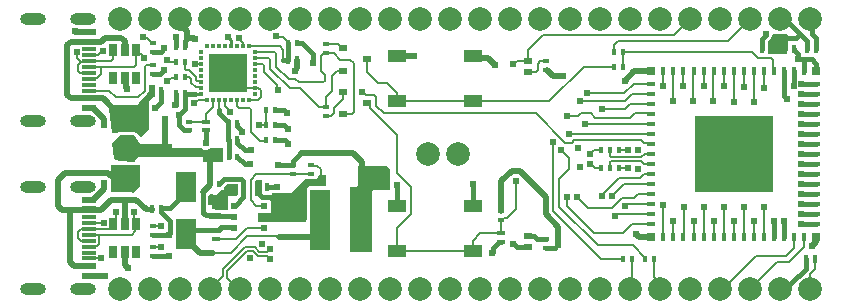
<source format=gtl>
G04*
G04 #@! TF.GenerationSoftware,Altium Limited,Altium Designer,24.8.2 (39)*
G04*
G04 Layer_Physical_Order=1*
G04 Layer_Color=255*
%FSLAX25Y25*%
%MOIN*%
G70*
G04*
G04 #@! TF.SameCoordinates,F7F922D7-4A05-4516-83E6-AC950D0B5F56*
G04*
G04*
G04 #@! TF.FilePolarity,Positive*
G04*
G01*
G75*
%ADD14C,0.00600*%
%ADD16R,0.01575X0.02362*%
%ADD17R,0.01181X0.01772*%
%ADD18R,0.01772X0.01181*%
%ADD19R,0.12598X0.12598*%
%ADD20R,0.02756X0.02362*%
%ADD21R,0.01575X0.03150*%
%ADD22R,0.01417X0.02362*%
%ADD23R,0.02362X0.01417*%
%ADD24R,0.06693X0.09843*%
%ADD25R,0.02362X0.01968*%
%ADD26R,0.02362X0.01575*%
%ADD27R,0.03150X0.01575*%
%ADD28R,0.06693X0.20472*%
%ADD29R,0.01575X0.03150*%
%ADD30R,0.03150X0.02362*%
%ADD31R,0.04528X0.01173*%
%ADD32R,0.03150X0.03150*%
%ADD33R,0.04724X0.04724*%
%ADD34R,0.04724X0.04724*%
%ADD35R,0.06299X0.03937*%
%ADD36R,0.02756X0.03937*%
%ADD37R,0.04528X0.02323*%
%ADD38R,0.03937X0.01968*%
%AMCUSTOMSHAPE68*
4,1,5,-0.02362,0.02362,0.00000,0.02362,0.02362,0.00000,0.02362,-0.02362,-0.02362,-0.02362,-0.02362,0.02362,0.0*%
%ADD68CUSTOMSHAPE68*%

%ADD69C,0.01500*%
%ADD70C,0.02000*%
%ADD71C,0.00603*%
%ADD72C,0.01001*%
%ADD73C,0.07874*%
%ADD74O,0.08661X0.03937*%
%ADD75C,0.02400*%
G36*
X46689Y72811D02*
Y69100D01*
X46100D01*
X44700Y67700D01*
Y66462D01*
X44400Y65738D01*
Y64862D01*
X44700Y64138D01*
Y58300D01*
X41900Y55500D01*
X40400Y57000D01*
X40235D01*
X40221Y57021D01*
X40133Y57079D01*
X40058Y57153D01*
X39970Y57189D01*
X39890Y57242D01*
X39787Y57262D01*
X39689Y57302D01*
X39594Y57301D01*
X39500Y57320D01*
X34800D01*
X34410Y57242D01*
X34079Y57021D01*
X34058Y57000D01*
X32300D01*
X31400Y65000D01*
X33436Y66400D01*
X41091D01*
X41883Y67913D01*
X41985Y67981D01*
X44055Y70052D01*
X44343Y70482D01*
X44383Y70683D01*
X44600Y70900D01*
Y73100D01*
X46400D01*
X46689Y72811D01*
D02*
G37*
G36*
X41600Y53223D02*
X52201D01*
X52300Y51800D01*
X62189D01*
X62254Y51735D01*
X63062Y51400D01*
X63938D01*
X64746Y51735D01*
X64811Y51800D01*
X69351D01*
Y49012D01*
X69360Y48968D01*
Y47300D01*
X62600D01*
Y48541D01*
X62600Y48845D01*
X62600Y49200D01*
X62500Y49100D01*
X62096Y49100D01*
X41000D01*
X40300Y48400D01*
X39900Y47700D01*
X39500Y47300D01*
X34991Y47700D01*
X33100Y48400D01*
X32200Y53700D01*
X34800Y56300D01*
X39500D01*
X41600Y53223D01*
D02*
G37*
G36*
X41700Y39300D02*
X39300Y36900D01*
X39000Y37200D01*
X31900D01*
Y46200D01*
X41700D01*
Y39300D01*
D02*
G37*
G36*
X74213Y36319D02*
X73718Y36065D01*
X71000Y35900D01*
Y34724D01*
X70898D01*
Y31225D01*
X69468D01*
Y31425D01*
X66776D01*
X66500Y31480D01*
X65600D01*
Y32900D01*
X65500Y33000D01*
X64400D01*
Y36099D01*
X64832Y36530D01*
X67222Y36422D01*
X68619Y37819D01*
X69764D01*
Y38964D01*
X70697Y39897D01*
X74213D01*
Y36319D01*
D02*
G37*
G36*
X103764Y39336D02*
X97364D01*
Y37540D01*
X97200Y37339D01*
Y28317D01*
X97000Y27800D01*
D01*
X96796Y27285D01*
X96727Y27200D01*
X85102D01*
Y27244D01*
X81100D01*
Y30400D01*
X85100Y30400D01*
X85400Y30700D01*
X85200Y30900D01*
X85200Y30959D01*
Y34300D01*
X85102D01*
Y34724D01*
X82176D01*
X81100Y35800D01*
X79926D01*
Y40888D01*
X80437Y41400D01*
X82165D01*
Y36425D01*
X85740D01*
Y37000D01*
X86379D01*
X86862Y36800D01*
X87738D01*
X88221Y37000D01*
X92000D01*
X96096Y41096D01*
X96519Y41460D01*
Y41460D01*
X96519Y41460D01*
X100881D01*
Y42454D01*
X101550Y42900D01*
X103764D01*
Y39336D01*
D02*
G37*
G36*
X124900Y45000D02*
Y38100D01*
X120300D01*
X120000Y38400D01*
X119100Y37500D01*
Y17400D01*
X112200D01*
X112155Y17355D01*
X112073Y17363D01*
X111600Y17649D01*
Y38900D01*
X113400D01*
X113500Y38800D01*
X114300Y39600D01*
Y45800D01*
X124100D01*
X124900Y45000D01*
D02*
G37*
G36*
X252500Y37300D02*
X226600D01*
Y62600D01*
X252500D01*
Y37300D01*
D02*
G37*
G36*
X258505Y88545D02*
X257400Y87440D01*
Y83200D01*
X252271D01*
X252016Y83251D01*
X250900D01*
Y86800D01*
X251295Y87872D01*
X251446Y87935D01*
X252065Y88554D01*
X252400Y89362D01*
Y89500D01*
X252849Y89949D01*
X257400D01*
X258505Y88545D01*
D02*
G37*
D14*
X184000Y62500D02*
X187638D01*
X188638Y63500D01*
X191897D02*
X193397Y62000D01*
X188638Y63500D02*
X191897D01*
X191003Y32097D02*
X199039D01*
X187400Y35700D02*
X191003Y32097D01*
X184000Y32500D02*
X193000Y23500D01*
X202500D02*
X205575Y26575D01*
X193000Y23500D02*
X202500D01*
X194172Y19500D02*
X205894D01*
X181300Y32372D02*
X194172Y19500D01*
X205894D02*
X210000Y15394D01*
X179300Y30854D02*
Y53700D01*
X195154Y15000D02*
X202500D01*
X179300Y30854D02*
X195154Y15000D01*
X87208Y88910D02*
X89377D01*
X86940Y89178D02*
X87208Y88910D01*
X90974Y87313D02*
X91000D01*
X89377Y88910D02*
X90974Y87313D01*
X242700Y53197D02*
Y53300D01*
X239503Y50000D02*
X242700Y53197D01*
X75821Y72079D02*
X79937D01*
X74900Y73000D02*
X75821Y72079D01*
X77890Y68024D02*
X80882D01*
X81923Y69064D01*
Y71156D01*
X81091Y71988D02*
X81923Y71156D01*
X80028Y71988D02*
X81091D01*
X79937Y72079D02*
X80028Y71988D01*
X59879Y67000D02*
X60903Y68024D01*
X59500Y67000D02*
X59879D01*
X60903Y68024D02*
X64110D01*
X265000Y5000D02*
Y10051D01*
X266476Y11527D01*
Y15000D01*
X67000Y21524D02*
X73629D01*
X77374Y25269D01*
X66082Y16882D02*
X71816D01*
X77434Y22500D01*
X77374Y25269D02*
X82912D01*
X87600Y22500D02*
X87800Y22300D01*
X77434Y22500D02*
X87600D01*
X77890Y85937D02*
X88263D01*
X24764Y80945D02*
X24850Y81032D01*
X24677Y80858D02*
X24764Y80945D01*
X82810Y35659D02*
X87500D01*
X127402Y43517D02*
X132051Y38867D01*
X127402Y43517D02*
Y56123D01*
X132051Y29890D02*
Y38867D01*
X127402Y17520D02*
Y25241D01*
X118351Y65174D02*
X127402Y56123D01*
Y25241D02*
X132051Y29890D01*
X24764Y71102D02*
X31306D01*
X33489Y68919D01*
X41048D01*
X43118Y70989D01*
Y78891D01*
X28705Y78895D02*
X39644D01*
X40229Y79481D01*
Y84134D01*
X21620Y80238D02*
Y81067D01*
X20768Y81919D02*
X21620Y81067D01*
X20768Y81919D02*
Y83832D01*
X20500Y84100D02*
X20768Y83832D01*
X21620Y80238D02*
X22240Y80858D01*
X21000Y79619D02*
X21620Y80238D01*
X50830Y74427D02*
X51846Y75442D01*
X53489D02*
X53547Y75500D01*
X51846Y75442D02*
X53489D01*
X50451Y74427D02*
X50830D01*
X24764Y78976D02*
X28705D01*
X40240Y84134D02*
X41118Y83256D01*
X42058D01*
X40240Y84134D02*
Y84724D01*
X42058Y83256D02*
X42953Y82360D01*
Y82070D02*
Y82360D01*
X27011Y81049D02*
X32056D01*
X32642Y81635D01*
X26994Y81032D02*
X27011Y81049D01*
X24850Y81032D02*
X26994D01*
X32642Y81635D02*
Y84606D01*
X32760Y84724D01*
X50500Y81086D02*
X51086Y80500D01*
X53547D01*
X50500Y81086D02*
Y81200D01*
X44050Y88532D02*
X45319Y87264D01*
X42968Y88532D02*
X44050D01*
X42700Y88800D02*
X42968Y88532D01*
X45713Y87264D02*
X46000Y86976D01*
X45319Y87264D02*
X45713D01*
X24850Y83000D02*
X27521D01*
X28921Y84400D01*
X29300D01*
X24764Y82913D02*
X24850Y83000D01*
X28705Y76543D02*
Y78895D01*
X27288Y75126D02*
X28705Y76543D01*
X24850Y75126D02*
X27288D01*
X24764Y75039D02*
X24850Y75126D01*
X21592Y77008D02*
X24764D01*
X21000Y77600D02*
X21592Y77008D01*
X21000Y77600D02*
Y79619D01*
X22240Y80858D02*
X24677D01*
X43118Y78891D02*
X43704Y79476D01*
X46000D01*
X59924Y79976D02*
X60600D01*
X62039D01*
X59900Y80000D02*
X59924Y79976D01*
X62039D02*
X62063Y79953D01*
X166804Y31769D02*
Y41100D01*
X163802Y28768D02*
X166804Y31769D01*
X208298Y41961D02*
X209553Y43215D01*
X201266Y41961D02*
X208298D01*
X211852Y43215D02*
X211944Y43307D01*
X209553Y43215D02*
X211852D01*
X195571Y36097D02*
Y36266D01*
X201266Y41961D01*
X198962Y35838D02*
X203084Y39961D01*
X211944D01*
X208522Y54597D02*
X209616Y53502D01*
X183421Y53761D02*
X185579D01*
X186415Y54597D01*
X173732Y63450D02*
X183421Y53761D01*
X186415Y54597D02*
X208522D01*
X48562Y18938D02*
X48600Y18900D01*
X48524Y18976D02*
X48562Y18938D01*
X46000Y18976D02*
X48524D01*
X46000Y25976D02*
X48676D01*
X48700Y26000D01*
X162209Y28232D02*
X162681D01*
X163216Y28768D01*
X162000Y28024D02*
X162209Y28232D01*
X184600Y44901D02*
Y48766D01*
X182000Y51366D02*
X184600Y48766D01*
X181300Y32372D02*
Y41601D01*
X184600Y44901D01*
X163216Y28768D02*
X163802D01*
X199039Y32097D02*
X202342Y35400D01*
X206400D02*
X207614Y36614D01*
X202342Y35400D02*
X206400D01*
X203760Y32621D02*
X204407Y33268D01*
X211944D01*
X203381Y32621D02*
X203760D01*
X200282Y29397D02*
X200807Y29921D01*
X211944D01*
X199903Y29397D02*
X200282D01*
X24764Y26929D02*
X29496D01*
X24764Y15118D02*
X28528D01*
X211788Y53502D02*
X211944Y53347D01*
X209616Y53502D02*
X211788D01*
X78600Y34500D02*
Y41437D01*
X80360Y32740D02*
X82921D01*
X78600Y34500D02*
X80360Y32740D01*
X78600Y41437D02*
X80410Y43247D01*
X92700D01*
X98700D01*
X81287Y37182D02*
X82810Y35659D01*
X81000Y39000D02*
X81287Y38713D01*
Y37182D02*
Y38713D01*
X101881Y41631D02*
Y44863D01*
X100709Y46035D02*
X101881Y44863D01*
X98865Y46035D02*
X100709D01*
X98700Y46200D02*
X98865Y46035D01*
X117670Y67012D02*
X118351Y66331D01*
X117276Y67012D02*
X117670D01*
X118351Y65174D02*
Y66331D01*
X162000Y23476D02*
Y28024D01*
X154976Y23476D02*
X162000D01*
X152598Y17520D02*
Y21098D01*
X154976Y23476D01*
X127402Y17520D02*
X152598D01*
X189518Y79000D02*
X199671D01*
X178038Y67520D02*
X189518Y79000D01*
X152598Y67520D02*
X178038D01*
X127402D02*
X152598D01*
X117276Y77424D02*
X121000Y73700D01*
X124000D01*
X117276Y77424D02*
Y81512D01*
X127298Y67624D02*
Y70402D01*
Y67624D02*
X127402Y67520D01*
X124000Y73700D02*
X127298Y70402D01*
X115700Y70653D02*
X116025D01*
X116986Y69693D02*
X119473D01*
X122903Y63450D02*
X173732D01*
X120351Y66002D02*
X122903Y63450D01*
X119473Y69693D02*
X120351Y68814D01*
Y66002D02*
Y68814D01*
X116025Y70653D02*
X116986Y69693D01*
X106249Y65249D02*
X109324Y68324D01*
Y70728D01*
X106249Y63543D02*
Y65249D01*
X105370Y62664D02*
X106249Y63543D01*
X103500Y62524D02*
X103641Y62664D01*
X105370D01*
X112314Y63272D02*
X112900Y63857D01*
X111728Y81445D02*
X112900Y80273D01*
Y63857D02*
Y80273D01*
X109324Y63272D02*
X112314D01*
X108230Y81445D02*
X111728D01*
X106151Y83524D02*
X108230Y81445D01*
X103028Y83524D02*
X106151D01*
X105600Y71100D02*
Y76100D01*
X107272Y77772D01*
X103500Y69000D02*
X105600Y71100D01*
X107682Y86476D02*
X108930Y85228D01*
X109324D01*
X103500Y86476D02*
X107682D01*
X107272Y77772D02*
X109324D01*
X103500Y65476D02*
Y69000D01*
X91481Y71800D02*
X94900D01*
X101224Y65476D01*
X85061Y78220D02*
X91481Y71800D01*
X101224Y65476D02*
X103972D01*
X85061Y78220D02*
Y81336D01*
X83060Y77392D02*
X87417Y73035D01*
X83060Y77392D02*
Y79335D01*
X87417Y71583D02*
Y73035D01*
Y71583D02*
X87600Y71400D01*
X81300Y79921D02*
X82475D01*
X83060Y79335D01*
X79969Y79921D02*
X81300D01*
X79937Y79953D02*
X79969Y79921D01*
X79937Y81921D02*
X84475D01*
X85061Y81336D01*
X80026Y83937D02*
X86475D01*
X87060Y83351D01*
Y79049D02*
Y83351D01*
Y79049D02*
X91209Y74900D01*
X88263Y85937D02*
X89445Y84755D01*
Y81345D02*
Y84755D01*
X91209Y74900D02*
X93400D01*
X94500Y73800D01*
X102767D01*
X79937Y83890D02*
X80026Y83801D01*
X102000Y82496D02*
X103028Y83524D01*
X102000Y77627D02*
X103353Y76274D01*
X102000Y77627D02*
Y82496D01*
X103353Y74386D02*
Y76274D01*
X102767Y73800D02*
X103353Y74386D01*
X75722Y87200D02*
X75831Y87091D01*
Y86028D02*
Y87091D01*
Y86028D02*
X75921Y85937D01*
X74512Y88409D02*
X75722Y87200D01*
X74512Y88409D02*
Y88765D01*
X202600Y84000D02*
X245540D01*
X250568Y81925D02*
X250568Y81925D01*
X247615Y81925D02*
X250568D01*
X245540Y84000D02*
X247615Y81925D01*
X250568Y81925D02*
X252016D01*
X252601Y77846D02*
Y81339D01*
X252016Y81925D02*
X252601Y81339D01*
Y77846D02*
X252889Y77559D01*
X202612Y79012D02*
X202624Y79000D01*
X202600Y84000D02*
X202612Y83988D01*
Y79012D02*
Y83988D01*
X200900Y87500D02*
X237500D01*
X245000Y95000D01*
X199647Y86247D02*
X200900Y87500D01*
X199647Y84000D02*
Y86247D01*
X171000Y84500D02*
X176000Y89500D01*
X219500D02*
X225000Y95000D01*
X176000Y89500D02*
X219500D01*
X179200Y53800D02*
X179300Y53700D01*
X66066Y68010D02*
X66079Y68024D01*
X70016D02*
X70101Y67938D01*
X66066Y66800D02*
Y68010D01*
X68071Y66800D02*
Y68000D01*
X63612Y63325D02*
X66066Y65779D01*
Y66800D01*
X63612Y60765D02*
Y63325D01*
X58124Y60753D02*
X63600D01*
X68023Y64554D02*
X68071Y64602D01*
Y66800D01*
X71691Y63991D02*
Y64367D01*
X70101Y65956D02*
Y67938D01*
Y65956D02*
X71691Y64367D01*
X78600Y57191D02*
X81500Y54291D01*
X74538Y65400D02*
X78014D01*
X78600Y64814D01*
Y57191D02*
Y64814D01*
X81500Y54291D02*
X83339D01*
X83547Y54500D01*
X73953Y65986D02*
X74538Y65400D01*
X73953Y65986D02*
Y68024D01*
X83524Y59500D02*
Y64500D01*
X81315Y59500D02*
X83524D01*
X212953Y8907D02*
Y15000D01*
Y8907D02*
X215000Y6860D01*
Y5000D02*
Y6860D01*
X205453Y5453D02*
Y15000D01*
X205000Y5000D02*
X205453Y5453D01*
X210000Y15000D02*
Y15394D01*
X184597Y56596D02*
X211847D01*
X211944Y56693D01*
X184500Y56500D02*
X184597Y56596D01*
X190000Y60000D02*
X211905D01*
X193397Y62000D02*
X205000D01*
X206500Y63500D01*
X188434Y67600D02*
X203152D01*
X205631Y70079D01*
X195500Y64900D02*
X203280D01*
X190500Y70300D02*
X203024D01*
X206149Y73425D01*
X203280Y64900D02*
X205113Y66732D01*
X206500Y63500D02*
X211830D01*
X211944Y63386D01*
X205113Y66732D02*
X211944D01*
X205631Y70079D02*
X211944D01*
X206149Y73425D02*
X211944D01*
X171000Y81000D02*
Y84500D01*
Y77260D02*
X173733D01*
X174319Y77846D01*
Y80093D01*
X176854Y80830D02*
X177000Y80976D01*
X175056Y80830D02*
X176854D01*
X174319Y80093D02*
X175056Y80830D01*
X166379Y80000D02*
X167379Y81000D01*
X171000D01*
X166000Y80000D02*
X166379D01*
X207614Y36614D02*
X211944D01*
X184000Y32500D02*
Y35700D01*
X205575Y26575D02*
X211944D01*
X219424Y22441D02*
Y27700D01*
X222821Y22047D02*
Y32403D01*
X216078Y22441D02*
Y32797D01*
X216081Y32800D01*
X229514Y22047D02*
Y32403D01*
X236207Y22047D02*
Y32403D01*
X242900Y22047D02*
Y32403D01*
X249593Y22047D02*
Y32403D01*
X235000Y5000D02*
X236000D01*
X247000Y16000D01*
X257000D01*
X259582Y18582D01*
Y22441D01*
X254000Y14000D02*
X258040D01*
X245000Y5000D02*
X254000Y14000D01*
X258040D02*
X262928Y18888D01*
Y22441D01*
X242900Y32403D02*
X242903Y32406D01*
X246196Y22441D02*
Y27486D01*
X249593Y32403D02*
X249596Y32406D01*
X239503Y22441D02*
Y27486D01*
X236207Y32403D02*
X236210Y32406D01*
X232810Y22441D02*
Y27486D01*
X229514Y32403D02*
X229517Y32406D01*
X226117Y22441D02*
Y27486D01*
X222821Y32403D02*
X222824Y32406D01*
X216078Y72514D02*
Y77559D01*
X219374Y67597D02*
Y77953D01*
X219371Y67594D02*
X219374Y67597D01*
X222771Y72514D02*
Y77559D01*
X226067Y67597D02*
Y77953D01*
X226064Y67594D02*
X226067Y67597D01*
X229464Y72514D02*
Y77559D01*
X232759Y67597D02*
Y77953D01*
X232756Y67594D02*
X232759Y67597D01*
X236157Y72514D02*
Y77559D01*
X239500Y67200D02*
X239503Y67203D01*
Y77559D01*
X242900Y72120D02*
Y77165D01*
X242849Y76772D02*
Y77559D01*
X246196Y67203D02*
Y77559D01*
X246193Y67200D02*
X246196Y67203D01*
X249500Y72000D02*
X249542Y72042D01*
Y77559D01*
D16*
X53547Y75500D02*
D03*
X56500D02*
D03*
X53547Y80500D02*
D03*
X56500D02*
D03*
X195300Y51300D02*
D03*
X198253D02*
D03*
X201205D02*
D03*
X198253D02*
D03*
X201176Y45200D02*
D03*
X198224D02*
D03*
X195271D02*
D03*
X198224D02*
D03*
X90949Y86945D02*
D03*
X93902D02*
D03*
X74100Y49000D02*
D03*
X71147D02*
D03*
X68195D02*
D03*
X71147D02*
D03*
X76000Y38500D02*
D03*
X67976Y40000D02*
D03*
X83524Y64500D02*
D03*
X205453Y15000D02*
D03*
X212953D02*
D03*
X210000D02*
D03*
X202500D02*
D03*
X202624Y79000D02*
D03*
X202600Y84000D02*
D03*
X73047Y38500D02*
D03*
X199647Y84000D02*
D03*
X199671Y79000D02*
D03*
X65024Y40000D02*
D03*
X86476Y64500D02*
D03*
D17*
X71984Y68024D02*
D03*
X75921D02*
D03*
X73953Y85937D02*
D03*
X70016D02*
D03*
X68047D02*
D03*
X66079D02*
D03*
X64110D02*
D03*
X77890D02*
D03*
X68047Y68024D02*
D03*
X64110D02*
D03*
X70016D02*
D03*
X77890D02*
D03*
X71984Y85937D02*
D03*
X66079Y68024D02*
D03*
X73953D02*
D03*
X75921Y85937D02*
D03*
D18*
X62063Y83890D02*
D03*
Y81921D02*
D03*
Y77984D02*
D03*
Y76016D02*
D03*
X79937Y70110D02*
D03*
Y74047D02*
D03*
Y76016D02*
D03*
Y77984D02*
D03*
X62063Y70110D02*
D03*
X79937Y81921D02*
D03*
X62063Y72079D02*
D03*
Y74047D02*
D03*
X79937Y72079D02*
D03*
Y83890D02*
D03*
Y79953D02*
D03*
X62063D02*
D03*
D19*
X71000Y77000D02*
D03*
D20*
X171000Y19000D02*
D03*
Y22740D02*
D03*
Y77260D02*
D03*
Y81000D02*
D03*
D21*
X266476Y15000D02*
D03*
X263524D02*
D03*
X91037Y81345D02*
D03*
X93990D02*
D03*
X71100Y60000D02*
D03*
X74053D02*
D03*
X71124Y54476D02*
D03*
X74076D02*
D03*
X266953Y85000D02*
D03*
X249024D02*
D03*
X259476D02*
D03*
X53524Y86000D02*
D03*
X48476Y71000D02*
D03*
X53547Y70000D02*
D03*
X81000Y39000D02*
D03*
X48476Y31500D02*
D03*
X56476Y86000D02*
D03*
X45524Y31500D02*
D03*
Y71000D02*
D03*
X264000Y85000D02*
D03*
X256524D02*
D03*
X251976D02*
D03*
X56500Y70000D02*
D03*
X83953Y39000D02*
D03*
D22*
X83547Y54500D02*
D03*
X86500D02*
D03*
X86476Y59500D02*
D03*
X83524D02*
D03*
D23*
X162000Y30976D02*
D03*
Y28024D02*
D03*
X103500Y62524D02*
D03*
Y65476D02*
D03*
Y83524D02*
D03*
Y86476D02*
D03*
X92700Y43247D02*
D03*
Y46200D02*
D03*
D24*
X57000Y38874D02*
D03*
Y23126D02*
D03*
D25*
X82921Y32740D02*
D03*
X73079D02*
D03*
X82921Y25260D02*
D03*
X73079D02*
D03*
X82921Y29000D02*
D03*
X73079D02*
D03*
D26*
X98700Y43247D02*
D03*
X46000Y18976D02*
D03*
Y25976D02*
D03*
Y79476D02*
D03*
Y86976D02*
D03*
X177000Y21476D02*
D03*
Y80976D02*
D03*
X58100Y60776D02*
D03*
X46000Y76524D02*
D03*
Y84024D02*
D03*
X98700Y46200D02*
D03*
X46000Y23024D02*
D03*
Y16024D02*
D03*
X177000Y78024D02*
D03*
Y18524D02*
D03*
X58100Y57824D02*
D03*
D27*
X67000Y21524D02*
D03*
Y24476D02*
D03*
X63600Y60753D02*
D03*
X211944Y26575D02*
D03*
Y36614D02*
D03*
Y29921D02*
D03*
Y33268D02*
D03*
Y39961D02*
D03*
Y43307D02*
D03*
Y53347D02*
D03*
Y56693D02*
D03*
Y60039D02*
D03*
Y63386D02*
D03*
Y66732D02*
D03*
Y70079D02*
D03*
Y73425D02*
D03*
X267062D02*
D03*
Y70079D02*
D03*
Y63386D02*
D03*
Y60039D02*
D03*
Y66732D02*
D03*
Y53347D02*
D03*
Y56693D02*
D03*
Y33268D02*
D03*
Y50000D02*
D03*
Y46654D02*
D03*
Y39961D02*
D03*
Y36614D02*
D03*
Y43307D02*
D03*
Y29921D02*
D03*
Y26575D02*
D03*
X162000Y20524D02*
D03*
X63600Y57800D02*
D03*
X211944Y46654D02*
D03*
Y50000D02*
D03*
X162000Y23476D02*
D03*
D28*
X101710Y28100D02*
D03*
X115490D02*
D03*
D29*
X242849Y22441D02*
D03*
X246196D02*
D03*
X259582D02*
D03*
X249542D02*
D03*
X239503D02*
D03*
X236157D02*
D03*
X232810D02*
D03*
X229464D02*
D03*
X226117D02*
D03*
X222771D02*
D03*
X219424D02*
D03*
X216078D02*
D03*
Y77559D02*
D03*
X219424D02*
D03*
X222771D02*
D03*
X226117D02*
D03*
X229464D02*
D03*
X232810D02*
D03*
X236157D02*
D03*
X239503D02*
D03*
X242849D02*
D03*
X246196D02*
D03*
X249542D02*
D03*
X252889D02*
D03*
X262928D02*
D03*
X259582D02*
D03*
X256235Y22441D02*
D03*
X252889D02*
D03*
X262928D02*
D03*
X256235Y77559D02*
D03*
D30*
X109324Y63272D02*
D03*
Y85228D02*
D03*
Y70728D02*
D03*
Y77772D02*
D03*
X117276Y67012D02*
D03*
Y81512D02*
D03*
D31*
X24764Y15118D02*
D03*
Y26929D02*
D03*
Y71102D02*
D03*
Y82913D02*
D03*
Y22992D02*
D03*
Y19055D02*
D03*
Y21024D02*
D03*
Y24961D02*
D03*
Y78976D02*
D03*
Y75039D02*
D03*
Y77008D02*
D03*
Y80945D02*
D03*
Y73071D02*
D03*
Y84882D02*
D03*
Y17087D02*
D03*
Y28898D02*
D03*
D32*
X267062Y77559D02*
D03*
X211944D02*
D03*
X267062Y22441D02*
D03*
X211944D02*
D03*
D33*
X239503Y56496D02*
D03*
X233007D02*
D03*
X245999Y43504D02*
D03*
X239503Y50000D02*
D03*
X233007D02*
D03*
X239503Y43504D02*
D03*
X233007D02*
D03*
D34*
X245999Y50000D02*
D03*
D35*
X152598Y82480D02*
D03*
X127402D02*
D03*
Y32480D02*
D03*
X152598D02*
D03*
Y17520D02*
D03*
X127402D02*
D03*
X152598Y67520D02*
D03*
X127402D02*
D03*
D36*
X36500Y75276D02*
D03*
Y17276D02*
D03*
X40240Y26724D02*
D03*
X32760D02*
D03*
X40240Y84724D02*
D03*
X32760D02*
D03*
X36500Y26724D02*
D03*
Y84724D02*
D03*
X32760Y17276D02*
D03*
X40240D02*
D03*
X32760Y75276D02*
D03*
X40240D02*
D03*
D37*
X24764Y90591D02*
D03*
Y65394D02*
D03*
Y34606D02*
D03*
Y9409D02*
D03*
Y31457D02*
D03*
Y12559D02*
D03*
Y87441D02*
D03*
Y68543D02*
D03*
D38*
X66500Y34559D02*
D03*
Y29441D02*
D03*
D68*
X245999Y56496D02*
D03*
D69*
X51650Y23594D02*
Y27539D01*
X51200Y22900D02*
Y23144D01*
X48476Y30713D02*
Y31500D01*
Y30713D02*
X51650Y27539D01*
X51200Y23144D02*
X51650Y23594D01*
X48476Y31776D02*
X48514Y31813D01*
X51514D01*
X48476Y31500D02*
Y31776D01*
X51514Y31813D02*
X57000Y37299D01*
Y38874D01*
X256561Y88461D02*
X256650Y88550D01*
X256700Y88600D01*
X253524Y88500D02*
X253574Y88550D01*
X256650D01*
X261550Y89950D02*
X263978Y87522D01*
X256500Y95000D02*
X261550Y89950D01*
X256700Y88600D02*
X260200D01*
X261550Y89950D01*
X172828Y22559D02*
X173911Y21476D01*
X171181Y22559D02*
X172828D01*
X173911Y21476D02*
X177000D01*
X171000Y22740D02*
X171181Y22559D01*
X256235Y69365D02*
X257300Y68300D01*
X256235Y69365D02*
Y77559D01*
X54700Y63000D02*
X54872Y63172D01*
X54668Y62968D02*
X54700Y63000D01*
X263978Y85022D02*
X264000Y85000D01*
X93902Y86782D02*
X95494D01*
X57384Y88464D02*
X57393Y88472D01*
X56514Y87594D02*
X57384Y88464D01*
X67000Y24476D02*
X67787D01*
X58350D02*
X67000D01*
X68704Y25494D02*
X72648D01*
X67825Y24514D02*
Y24615D01*
X68704Y25494D01*
X67787Y24476D02*
X67825Y24514D01*
X57000Y23126D02*
X58350Y24476D01*
X76000Y35496D02*
Y40802D01*
X75121Y41681D02*
X76000Y40802D01*
X69689Y41681D02*
X75121D01*
X73510Y32974D02*
Y33006D01*
X76000Y35496D01*
X73079Y32740D02*
X73276D01*
X73510Y32974D01*
X67976Y40394D02*
X68014Y40431D01*
X68439D02*
X69689Y41681D01*
X68014Y40431D02*
X68439D01*
X67976Y40000D02*
Y40394D01*
X72441Y29441D02*
X72882Y29000D01*
X66500Y29441D02*
X72441D01*
X72882Y29000D02*
X73079D01*
X63479Y29554D02*
X66387D01*
X62600Y30433D02*
Y37183D01*
X66387Y29554D02*
X66500Y29441D01*
X62600Y30433D02*
X63479Y29554D01*
X59728Y88472D02*
X59900Y88300D01*
X56514Y86037D02*
Y87594D01*
X50300Y50650D02*
X66938D01*
X56476Y86000D02*
X56514Y86037D01*
X55000Y93318D02*
Y95000D01*
X68195Y49000D02*
Y49394D01*
X66938Y50650D02*
X68195Y49394D01*
X74053Y59213D02*
X75720Y57546D01*
X74053Y59213D02*
Y60000D01*
X75720Y57393D02*
Y57546D01*
X43489Y62951D02*
Y68177D01*
X42610Y62072D02*
X43489Y62951D01*
X36800Y62072D02*
X42610D01*
X43489Y68177D02*
X45524Y70213D01*
Y71000D01*
X53510Y66232D02*
Y69963D01*
X53547Y70000D01*
X53433Y66155D02*
X53510Y66232D01*
X46000Y16024D02*
X46037Y15986D01*
X51314D01*
X51400Y15900D01*
X51114Y22986D02*
X51200Y22900D01*
X46037Y22986D02*
X51114D01*
X46000Y23024D02*
X46037Y22986D01*
X43500Y31500D02*
X45524D01*
X48476Y84024D02*
X49782Y85329D01*
X46000Y84024D02*
X48476D01*
X46000Y76524D02*
X48376D01*
X49665Y77813D01*
X53524Y86000D02*
Y89043D01*
X46600Y65300D02*
X48476Y67176D01*
Y71000D01*
X87700Y46200D02*
X92700D01*
X83953Y39000D02*
X87300D01*
X92700Y47721D02*
X95279Y50300D01*
X92700Y46200D02*
Y47721D01*
X127402Y32480D02*
Y39698D01*
X127400Y39700D02*
X127402Y39698D01*
X90986Y86514D02*
X91037Y86463D01*
Y81345D02*
Y86463D01*
X89445Y81345D02*
X91037D01*
X90986Y86514D02*
Y86856D01*
X95494Y86782D02*
X99128Y83148D01*
Y80372D02*
Y83148D01*
Y80372D02*
X99300Y80200D01*
X56500Y70000D02*
Y70063D01*
X56537Y70100D01*
X59800D01*
X56500Y65051D02*
Y70000D01*
X54872Y63423D02*
X56500Y65051D01*
X54668Y59557D02*
Y62968D01*
X56363Y57861D02*
X58063D01*
X58100Y57824D01*
X54872Y63172D02*
Y63423D01*
X54668Y59557D02*
X56363Y57861D01*
X68023Y63486D02*
X70685Y60825D01*
X68023Y63486D02*
Y64554D01*
X71100Y60000D02*
Y60787D01*
X71063Y60825D02*
X71100Y60787D01*
X70685Y60825D02*
X71063D01*
X71135Y49012D02*
X71147Y49000D01*
X71124Y54476D02*
X71135Y54465D01*
Y49012D02*
Y54465D01*
X71100Y60000D02*
X71112Y59988D01*
Y54488D02*
Y59988D01*
Y54488D02*
X71124Y54476D01*
X74076Y53689D02*
X76465Y51300D01*
X78600D01*
X74076Y53689D02*
Y54476D01*
X76600Y46500D02*
X78300D01*
X74100Y49000D02*
X76600Y46500D01*
X63587Y57800D02*
X63600D01*
X63500Y53600D02*
X63550Y53650D01*
Y57763D02*
X63587Y57800D01*
X63550Y53650D02*
Y57763D01*
X89900Y54500D02*
X91100Y53300D01*
X86500Y54500D02*
X89900D01*
X89700Y59500D02*
X90900Y58300D01*
X86476Y59500D02*
X89700D01*
Y64500D02*
X90500Y63700D01*
X86476Y64500D02*
X89700D01*
X152500Y32579D02*
Y40000D01*
X159000Y17000D02*
X159172Y17172D01*
Y18483D01*
X161213Y20524D01*
X162000D01*
X177000Y18524D02*
X180024D01*
X152500Y32579D02*
X152598Y32480D01*
X166244Y20000D02*
X167244Y19000D01*
X166000Y20000D02*
X166244D01*
X167244Y19000D02*
X171000D01*
X256725Y5000D02*
X258716Y6991D01*
X258759D01*
X263524Y11756D01*
X255000Y5000D02*
X256725D01*
X263524Y11756D02*
Y15000D01*
X256524Y85000D02*
X256561Y85037D01*
Y88461D01*
X249061Y85037D02*
Y88418D01*
X250200Y89556D01*
Y89800D01*
X252014Y87171D02*
X253343Y88500D01*
X252014Y85037D02*
Y87171D01*
X253343Y88500D02*
X253524D01*
X251976Y85000D02*
X252014Y85037D01*
X249024Y85000D02*
X249061Y85037D01*
X265578Y89828D02*
Y94422D01*
X266953Y85000D02*
Y88453D01*
X265578Y89828D02*
X266953Y88453D01*
X265000Y95000D02*
X265578Y94422D01*
X263978Y85022D02*
Y87522D01*
X255000Y95000D02*
X256500D01*
X263250Y81500D02*
X265500D01*
X261000D02*
X263250D01*
X262928Y81178D02*
X263250Y81500D01*
X262928Y77559D02*
Y81178D01*
X265500Y81500D02*
X267000Y80000D01*
Y77621D02*
Y80000D01*
Y77621D02*
X267062Y77559D01*
X261000Y81500D02*
Y83114D01*
X259476Y84638D02*
X261000Y83114D01*
X259476Y84638D02*
Y85000D01*
X259582Y72514D02*
Y77559D01*
X262017Y73425D02*
X267062D01*
X262017Y70079D02*
X267062D01*
X262017Y66732D02*
X267062D01*
X262017Y63386D02*
X267062D01*
X262017Y60039D02*
X267062D01*
X262017Y56693D02*
X267062D01*
X262017Y53347D02*
X267062D01*
X262017Y50000D02*
X267062D01*
X262017Y46654D02*
X267062D01*
X262017Y43307D02*
X267062D01*
X262017Y39961D02*
X267062D01*
X262017Y36614D02*
X267062D01*
X262017Y33268D02*
X267062D01*
X262017Y29921D02*
X267062D01*
X262017Y26575D02*
X267062D01*
X252889Y22441D02*
Y27486D01*
X256235Y22441D02*
Y27486D01*
X177000Y77992D02*
X177181Y77811D01*
X177000Y77992D02*
Y78024D01*
D70*
X68592Y32467D02*
X69380D01*
X69456Y32391D01*
X66500Y34559D02*
X68592Y32467D01*
X93990Y78498D02*
Y81345D01*
X93200Y77708D02*
X93990Y78498D01*
X93200Y77600D02*
Y77708D01*
X67453Y34559D02*
X71213Y38319D01*
X72866D02*
X73047Y38500D01*
X66500Y34559D02*
X67453D01*
X71213Y38319D02*
X72866D01*
X162000Y30976D02*
Y40822D01*
X176800Y29819D02*
X181000Y25619D01*
X176800Y29819D02*
Y35629D01*
X168129Y44300D02*
X176800Y35629D01*
X165478Y44300D02*
X168129D01*
X162000Y40822D02*
X165478Y44300D01*
X181000Y19700D02*
Y25619D01*
X61670Y16882D02*
X66082D01*
X57000Y21551D02*
X61670Y16882D01*
X57000Y21551D02*
Y23126D01*
X87824Y22276D02*
X99364D01*
X87800Y22300D02*
X87824Y22276D01*
X101710Y24622D02*
Y28100D01*
X99364Y22276D02*
X101710Y24622D01*
X36500Y84724D02*
Y87528D01*
Y83724D02*
Y84724D01*
X24764Y68543D02*
X29157D01*
X18472D02*
X24764D01*
X65516Y29441D02*
X66500D01*
X62600Y37183D02*
X65024Y39606D01*
Y40000D01*
Y50326D01*
X115490Y28100D02*
Y39623D01*
Y47385D01*
Y39623D02*
X122424D01*
X122500Y39700D01*
X57384Y88464D02*
Y90934D01*
X57393Y88472D02*
X59728D01*
X55000Y93318D02*
X57384Y90934D01*
X37786Y50850D02*
X50100D01*
X36800Y51836D02*
X37786Y50850D01*
X50100D02*
Y61700D01*
X35628Y62072D02*
X36800D01*
X29157Y68543D02*
X35628Y62072D01*
X14300Y41128D02*
X16771Y43600D01*
X31907Y42518D02*
X35882D01*
X16771Y43600D02*
X30825D01*
X35882Y42518D02*
X36800Y41600D01*
X30825Y43600D02*
X31907Y42518D01*
X14300Y32467D02*
Y41128D01*
X36862Y72246D02*
Y74307D01*
X37381Y71619D02*
Y71727D01*
X36862Y72246D02*
X37381Y71727D01*
X18472Y87441D02*
X24764D01*
X17300Y69715D02*
X18472Y68543D01*
X17300Y69715D02*
Y86269D01*
X18472Y87441D01*
X29897Y88700D02*
X35328D01*
X24764Y87441D02*
X28637D01*
X29897Y88700D01*
X19900Y90800D02*
X19976Y90724D01*
X24631D01*
X24764Y90591D01*
X35328Y88700D02*
X36500Y87528D01*
X28676Y31295D02*
X32020Y34639D01*
X24925Y31295D02*
X28676D01*
X32020Y34639D02*
X36547D01*
X24764Y31457D02*
X24925Y31295D01*
X40361Y34639D02*
X43500Y31500D01*
X36547Y34639D02*
X40361D01*
X36547Y26772D02*
Y34639D01*
X15472Y31295D02*
X18400D01*
X19572Y12720D02*
X24602D01*
X18400Y13892D02*
X19572Y12720D01*
X18400Y31295D02*
X19907D01*
X18400Y13892D02*
Y31295D01*
X19907D02*
X24602D01*
X14300Y32467D02*
X15472Y31295D01*
X24602Y12720D02*
X24764Y12559D01*
X24602Y31295D02*
X24764Y31457D01*
X25866Y65394D02*
X29600Y61660D01*
Y59700D02*
Y61660D01*
X24764Y65394D02*
X25866D01*
X29500Y38200D02*
Y40400D01*
X26068Y34768D02*
X29500Y38200D01*
X24925Y34768D02*
X26068D01*
X24764Y34606D02*
X24925Y34768D01*
X36500Y13000D02*
X37600Y11900D01*
X36500Y13000D02*
Y17276D01*
X24764Y9409D02*
X30091D01*
X30100Y9400D01*
X112575Y50300D02*
X115490Y47385D01*
X95279Y50300D02*
X112575D01*
X97508Y40336D02*
X100586D01*
X101881Y41631D01*
X94900Y37728D02*
X97508Y40336D01*
X94900Y35708D02*
Y37728D01*
X94850Y35550D02*
X94900Y35600D01*
X87200Y29000D02*
X91100D01*
X91150Y29050D02*
X94850D01*
X94900Y29100D01*
X91100Y29000D02*
X91150Y29050D01*
X94850Y29150D02*
Y32350D01*
Y29150D02*
X94900Y29100D01*
X94800Y32400D02*
X94850Y32350D01*
Y32450D02*
Y35550D01*
X94800Y32400D02*
X94850Y32450D01*
X87323Y29232D02*
Y32324D01*
X87200Y29000D02*
Y29108D01*
X87323Y32324D02*
X87400Y32400D01*
X87200Y29108D02*
X87323Y29232D01*
X87450Y32450D02*
Y35550D01*
X87400Y32400D02*
X87450Y32450D01*
Y35550D02*
X87500Y35600D01*
X82921Y29000D02*
X87200D01*
X157489Y82011D02*
X160000Y79500D01*
X152598Y82480D02*
X153068Y82011D01*
X157489D01*
X132980Y82480D02*
X133000Y82500D01*
X127402Y82480D02*
X132980D01*
X203153Y74300D02*
X206412Y77559D01*
X211944D01*
X179147Y75876D02*
X182423D01*
X177213Y77811D02*
X179147Y75876D01*
X182423D02*
X182500Y75800D01*
X207108Y23200D02*
X207867Y22441D01*
X207000Y23200D02*
X207108D01*
X207867Y22441D02*
X211944D01*
X265628Y19128D02*
X267000Y20500D01*
Y22379D02*
X267062Y22441D01*
X267000Y20500D02*
Y22379D01*
X239503Y56496D02*
Y60999D01*
X245999Y56496D02*
X250502D01*
X245999Y50000D02*
X250502D01*
X245999Y43504D02*
X250502D01*
X239503Y39001D02*
Y43504D01*
X228504D02*
X233007D01*
X228504Y50000D02*
X233007D01*
X228504Y56496D02*
X233007D01*
X228500Y56500D02*
X228504Y56496D01*
D71*
X76666Y18904D02*
X79835D01*
X77247Y17502D02*
X79253D01*
X69300Y11539D02*
X76666Y18904D01*
X70703Y8677D02*
Y10958D01*
X77247Y17502D01*
X69300Y9300D02*
Y11539D01*
X80856Y15899D02*
X83848D01*
X79253Y17502D02*
X80856Y15899D01*
X81437Y17301D02*
X83848D01*
X79835Y18904D02*
X81437Y17301D01*
X84747Y15000D02*
X85100D01*
X83848Y15899D02*
X84747Y15000D01*
Y18200D02*
X85100D01*
X83848Y17301D02*
X84747Y18200D01*
X57827Y77983D02*
X60276Y75533D01*
X56500Y78443D02*
Y80500D01*
X60276Y74516D02*
Y75533D01*
X56961Y77983D02*
X57827D01*
X56500Y78443D02*
X56961Y77983D01*
X60600Y74192D02*
X60629Y74163D01*
X61948D01*
X60276Y74516D02*
X60600Y74192D01*
X61948Y74163D02*
X62063Y74047D01*
X60203Y72126D02*
X60600D01*
X62016D01*
X62063Y72079D01*
X58673Y73656D02*
X60203Y72126D01*
X58673Y73656D02*
Y74869D01*
X58042Y75500D02*
X58673Y74869D01*
X56500Y75500D02*
X58042D01*
X40029Y24205D02*
Y26513D01*
X38818Y22994D02*
X40029Y24205D01*
Y26513D02*
X40240Y26724D01*
X27929Y22979D02*
X31200Y22984D01*
X38818Y22994D01*
X27929Y20064D02*
Y22992D01*
X24764D02*
X25049D01*
X24778Y22978D02*
X27206D01*
X25049Y22992D02*
X27206Y22978D01*
X27929Y22979D01*
X32760Y26134D02*
Y26724D01*
X31454Y24828D02*
X32760Y26134D01*
X24897Y24828D02*
X31454D01*
X24764Y24961D02*
X24897Y24828D01*
X27206Y19340D02*
X27929Y20064D01*
X25049Y19340D02*
X27206D01*
X24764Y19055D02*
X25049Y19340D01*
X21100Y21800D02*
X21876Y21024D01*
X21100Y21800D02*
Y24006D01*
X21876Y21024D02*
X24764D01*
X21100Y24006D02*
X21949Y24854D01*
X24657D02*
X24764Y24961D01*
X21949Y24854D02*
X24657D01*
X191500Y49800D02*
X193000Y51300D01*
X195300D01*
X193170Y45200D02*
X195271D01*
X191500Y46506D02*
X191864D01*
X193170Y45200D01*
X32760Y26724D02*
X33547Y27512D01*
Y30700D01*
X39700Y27265D02*
X40240Y26724D01*
X39700Y27265D02*
Y30700D01*
X202459Y47552D02*
X208749D01*
X209647Y46654D01*
X211944D01*
X208754Y48954D02*
X209800Y50000D01*
X211944D01*
X201878Y48954D02*
X208754D01*
X198591Y48952D02*
X201875D01*
X201878Y48954D01*
X198591Y47548D02*
X202456D01*
X198238Y45215D02*
Y47195D01*
X198591Y47548D01*
X202456D02*
X202459Y47552D01*
X198238Y49305D02*
Y51285D01*
Y49305D02*
X198591Y48952D01*
X201226Y45250D02*
X204321D01*
X201205Y51300D02*
X201306Y51400D01*
X204400D01*
X198224Y45200D02*
X198238Y45215D01*
Y51285D02*
X198253Y51300D01*
X70703Y8677D02*
X74380Y5000D01*
X65000D02*
X69300Y9300D01*
X74380Y5000D02*
X75000D01*
D72*
X71000Y88800D02*
X71984Y87816D01*
Y85937D02*
Y87816D01*
X59800Y70100D02*
X59810Y70110D01*
X62063D01*
D73*
X36800Y62072D02*
D03*
Y41600D02*
D03*
Y51836D02*
D03*
X205000Y5000D02*
D03*
X215000D02*
D03*
X55000D02*
D03*
X45000D02*
D03*
X235000D02*
D03*
X225000D02*
D03*
X195000D02*
D03*
X185000D02*
D03*
X175000D02*
D03*
X165000D02*
D03*
X155000D02*
D03*
X145000D02*
D03*
X135000D02*
D03*
X125000D02*
D03*
X115000D02*
D03*
X105000D02*
D03*
X95000D02*
D03*
X85000D02*
D03*
X65000Y95000D02*
D03*
X75000D02*
D03*
X85000D02*
D03*
X95000D02*
D03*
X105000D02*
D03*
X115000D02*
D03*
X125000D02*
D03*
X135000D02*
D03*
X145000D02*
D03*
X155000D02*
D03*
X165000D02*
D03*
X175000D02*
D03*
X185000D02*
D03*
X195000D02*
D03*
X205000D02*
D03*
X215000D02*
D03*
X225000D02*
D03*
X235000D02*
D03*
X265000D02*
D03*
X255000Y5000D02*
D03*
X45000Y95000D02*
D03*
X35000Y5000D02*
D03*
X245000Y95000D02*
D03*
X75000Y5000D02*
D03*
X65000D02*
D03*
X245000D02*
D03*
X55000Y95000D02*
D03*
X255000D02*
D03*
X265000Y5000D02*
D03*
X147500Y50000D02*
D03*
X137500D02*
D03*
X35000Y95000D02*
D03*
D74*
X5965D02*
D03*
X22500D02*
D03*
Y60984D02*
D03*
Y39016D02*
D03*
X5965Y60984D02*
D03*
Y39016D02*
D03*
X22500Y5000D02*
D03*
X5965D02*
D03*
D75*
X86940Y89178D02*
D03*
X59500Y67000D02*
D03*
X69456Y32391D02*
D03*
X85100Y15000D02*
D03*
Y18200D02*
D03*
X257300Y68300D02*
D03*
X122500Y39700D02*
D03*
X50100Y61700D02*
D03*
X59900Y88300D02*
D03*
X75720Y57393D02*
D03*
X37381Y71619D02*
D03*
X20500Y84100D02*
D03*
X50451Y74427D02*
D03*
X42953Y82070D02*
D03*
X50500Y81200D02*
D03*
X53433Y66155D02*
D03*
X42700Y88800D02*
D03*
X29300Y84400D02*
D03*
X19900Y90800D02*
D03*
X59900Y80000D02*
D03*
X187400Y35700D02*
D03*
X166804Y41100D02*
D03*
X195571Y36097D02*
D03*
X198962Y35838D02*
D03*
X187600Y51800D02*
D03*
X188200Y45700D02*
D03*
X51400Y15900D02*
D03*
X51200Y22900D02*
D03*
X48562Y18938D02*
D03*
X48700Y26000D02*
D03*
X28528Y15118D02*
D03*
X29496Y26929D02*
D03*
X191500Y46506D02*
D03*
Y49800D02*
D03*
X182000Y51366D02*
D03*
X203381Y32621D02*
D03*
X199903Y29397D02*
D03*
X33547Y30700D02*
D03*
X39700D02*
D03*
X207510Y44991D02*
D03*
X207700Y51300D02*
D03*
X204321Y45250D02*
D03*
X204400Y51400D02*
D03*
X78200Y15200D02*
D03*
X82300Y19800D02*
D03*
X29600Y59700D02*
D03*
X29500Y40400D02*
D03*
X46600Y65300D02*
D03*
X49665Y77813D02*
D03*
X49782Y85329D02*
D03*
X53524Y89043D02*
D03*
X37600Y11900D02*
D03*
X30091Y9409D02*
D03*
X87300Y39000D02*
D03*
X87700Y46200D02*
D03*
X94900Y35600D02*
D03*
X91000Y35500D02*
D03*
X87500Y35600D02*
D03*
X87400Y32400D02*
D03*
X91100D02*
D03*
X94800D02*
D03*
X94900Y29100D02*
D03*
X91100Y29000D02*
D03*
X87200D02*
D03*
X127402Y39698D02*
D03*
X115700Y70653D02*
D03*
X99300Y80200D02*
D03*
X93200Y77600D02*
D03*
X74512Y88765D02*
D03*
X179200Y53800D02*
D03*
X87600Y71400D02*
D03*
X67000Y73000D02*
D03*
X67200Y80800D02*
D03*
X74600Y80700D02*
D03*
X74900Y73000D02*
D03*
X71000Y88800D02*
D03*
X54700Y63000D02*
D03*
X71691Y63991D02*
D03*
X78600Y51300D02*
D03*
X78300Y46500D02*
D03*
X63500Y53600D02*
D03*
X81315Y59500D02*
D03*
X91100Y53300D02*
D03*
X90900Y58300D02*
D03*
X90500Y63700D02*
D03*
X160000Y79500D02*
D03*
X132980Y82480D02*
D03*
X184000Y62500D02*
D03*
X184500Y56500D02*
D03*
X190000Y60000D02*
D03*
X195500Y64900D02*
D03*
X188434Y67600D02*
D03*
X203153Y74300D02*
D03*
X190500Y70300D02*
D03*
X182500Y75800D02*
D03*
X166000Y80000D02*
D03*
X152500Y40000D02*
D03*
X184000Y35700D02*
D03*
X226117Y27486D02*
D03*
X219424Y27700D02*
D03*
X181000Y19700D02*
D03*
X159000Y17000D02*
D03*
X207000Y23200D02*
D03*
X166000Y20000D02*
D03*
X265628Y19128D02*
D03*
X256700Y88600D02*
D03*
X250200Y89800D02*
D03*
X253524Y88500D02*
D03*
X261000Y81500D02*
D03*
X242700Y46700D02*
D03*
Y53300D02*
D03*
X236200Y53200D02*
D03*
Y46700D02*
D03*
X239507Y61003D02*
D03*
X250506Y56492D02*
D03*
X250506Y49996D02*
D03*
Y43500D02*
D03*
X239499Y38997D02*
D03*
X228500Y43508D02*
D03*
Y50004D02*
D03*
Y56500D02*
D03*
X259582Y72514D02*
D03*
X262017Y73425D02*
D03*
Y70079D02*
D03*
Y66732D02*
D03*
Y63386D02*
D03*
Y60039D02*
D03*
Y56693D02*
D03*
Y53347D02*
D03*
Y50000D02*
D03*
Y46654D02*
D03*
Y43307D02*
D03*
Y39961D02*
D03*
Y36614D02*
D03*
Y33268D02*
D03*
Y29921D02*
D03*
Y26575D02*
D03*
X242903Y32406D02*
D03*
X246196Y27486D02*
D03*
X249596Y32406D02*
D03*
X239503Y27486D02*
D03*
X236210Y32406D02*
D03*
X232810Y27486D02*
D03*
X229517Y32406D02*
D03*
X222824D02*
D03*
X216081Y32800D02*
D03*
X216078Y72514D02*
D03*
X219371Y67594D02*
D03*
X222771Y72514D02*
D03*
X226064Y67594D02*
D03*
X229464Y72514D02*
D03*
X232756Y67594D02*
D03*
X236157Y72514D02*
D03*
X239500Y67200D02*
D03*
X242900Y72120D02*
D03*
X246193Y67200D02*
D03*
X249500Y72000D02*
D03*
X256235Y27486D02*
D03*
X252889D02*
D03*
M02*

</source>
